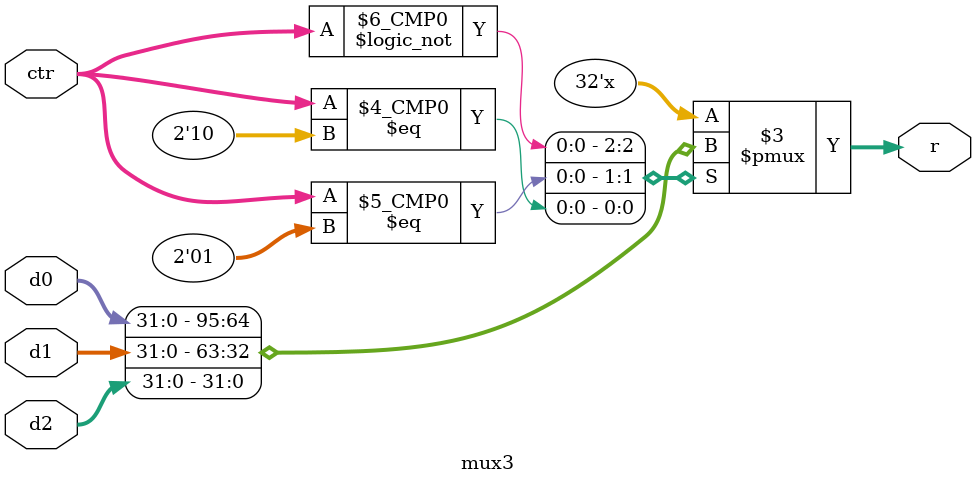
<source format=v>

module mux3 #(parameter WIDTH = 32) (
input [1:0]ctr,	
input [WIDTH-1:0] d0, d1,d2,		output reg[WIDTH-1:0] r
);	
always@(d0 or d1 or d2 or ctr)	
begin
	case(ctr)
	2'b00: r = d0;
	2'b01: r = d1;
	2'b10: r = d2;
	endcase
end
endmodule 
</source>
